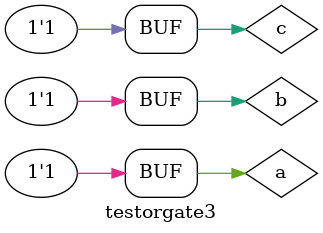
<source format=v>


	module orgate2 (output saida, input e,i);
		assign saida = (e|i);
	endmodule
	
// ----------------------------------------------------------------------

	module orgate3 (output s, input a,b,c);
		assign s = ((a|b)|c);
	endmodule
	
// ----------------------------------------------------------------------
// -- test orgate3
// ----------------------------------------------------------------------

	module testorgate3 ;
	
	reg a,b,c;
	wire s,s1;
	
	orgate2 banana (s1,a,b);
	orgate2 maca (s,s1,c);
	
	initial begin : start
		a = 0;
		b = 0;
		c = 0;
	end
	
	initial begin : main
			$display ("\nExemplo 0015 - Debora Deslandes de Almeida Batista");
			$display ("\nMatricula : 451549");
			$display ("\nTest OR gate");
			$display ("\n((a|b)|c) = s");
			$monitor ("\n((%b|%b)|%b) = %b" , a,b,c,s);
				#1 a = 0; b = 0; c = 1;
				#1 a = 0; b = 1; c = 0;
				#1 a = 0; b = 1; c = 1;
				#1 a = 1; b = 0; c = 0;
				#1 a = 1; b = 0; c = 1;
				#1 a = 1; b = 1; c = 0;
				#1 a = 1; b = 1; c = 1;
		end
endmodule
</source>
